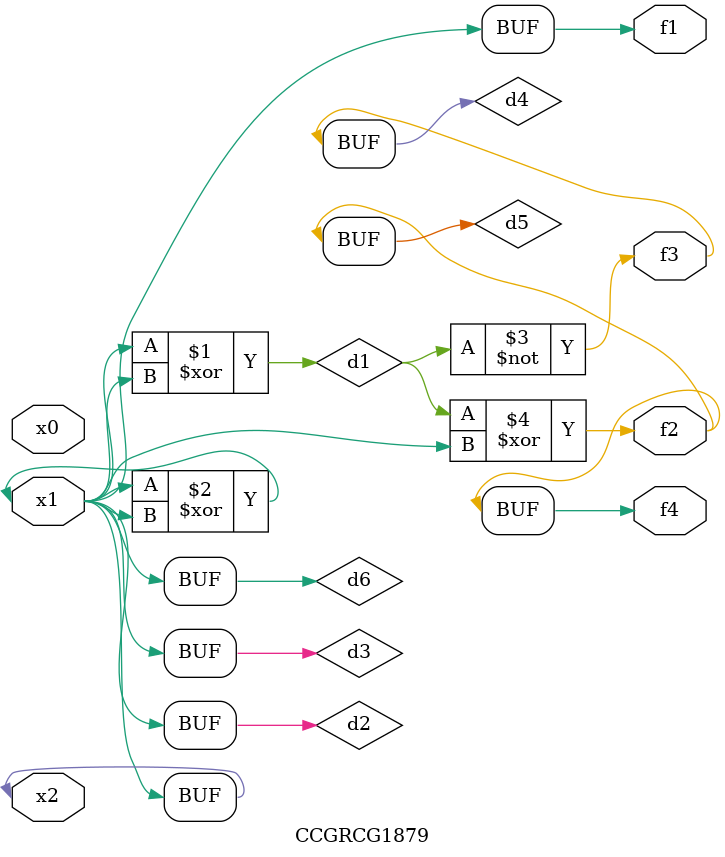
<source format=v>
module CCGRCG1879(
	input x0, x1, x2,
	output f1, f2, f3, f4
);

	wire d1, d2, d3, d4, d5, d6;

	xor (d1, x1, x2);
	buf (d2, x1, x2);
	xor (d3, x1, x2);
	nor (d4, d1);
	xor (d5, d1, d2);
	buf (d6, d2, d3);
	assign f1 = d6;
	assign f2 = d5;
	assign f3 = d4;
	assign f4 = d5;
endmodule

</source>
